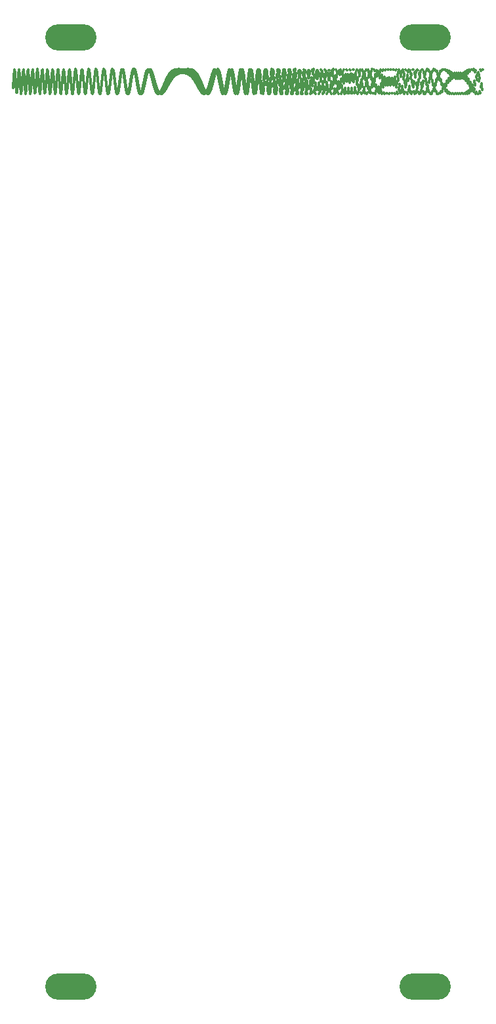
<source format=gts>
G04 Layer: TopSolderMaskLayer*
G04 EasyEDA v6.5.29, 2023-07-16 15:11:24*
G04 b1c9531ddfa049bd996740377cd84ce5,5a6b42c53f6a479593ecc07194224c93,10*
G04 Gerber Generator version 0.2*
G04 Scale: 100 percent, Rotated: No, Reflected: No *
G04 Dimensions in millimeters *
G04 leading zeros omitted , absolute positions ,4 integer and 5 decimal *
%FSLAX45Y45*%
%MOMM*%

%ADD10C,0.3556*%
%ADD11O,6.6032126X3.4031936000000003*%

%LPD*%
D10*
X812800Y12084850D02*
G01*
X821270Y11935414D01*
X2006600Y11979666D02*
G01*
X2015070Y12112396D01*
X313270Y12121040D02*
G01*
X321729Y11978840D01*
X6045200Y12152584D02*
G01*
X6053670Y12160163D01*
X6036729Y11941403D02*
G01*
X6045200Y11895137D01*
X6028270Y11927197D02*
G01*
X6036729Y11979412D01*
X6019800Y12156968D02*
G01*
X6028270Y12136610D01*
X6002870Y12001505D02*
G01*
X6011329Y12056275D01*
X5994400Y12125281D02*
G01*
X6002870Y12083188D01*
X5985929Y11846664D02*
G01*
X5994400Y11844144D01*
X5977470Y12069757D02*
G01*
X5985929Y12115528D01*
X5969000Y12072566D02*
G01*
X5977470Y12018248D01*
X5960529Y11845709D02*
G01*
X5969000Y11866438D01*
X5952070Y12120338D02*
G01*
X5960529Y12149886D01*
X5943600Y12013704D02*
G01*
X5952070Y11956689D01*
X5935129Y11867517D02*
G01*
X5943600Y11906697D01*
X5926670Y12149714D02*
G01*
X5935129Y12160250D01*
X5918200Y11959579D02*
G01*
X5926670Y11907334D01*
X5909729Y11902318D02*
G01*
X5918200Y11953750D01*
X5901270Y12160044D02*
G01*
X5909729Y12152195D01*
X5892800Y11916067D02*
G01*
X5901270Y11873240D01*
X5884329Y11941411D02*
G01*
X5892800Y11999236D01*
X5875870Y12156381D02*
G01*
X5884329Y12132810D01*
X5867400Y11884781D02*
G01*
X5875870Y11853367D01*
X5858929Y11978581D02*
G01*
X5867400Y12038266D01*
X5850470Y12144430D02*
G01*
X5858929Y12108601D01*
X5842000Y11864558D02*
G01*
X5850470Y11844505D01*
X5833529Y12010237D02*
G01*
X5842000Y12068868D01*
X5825070Y12129244D02*
G01*
X5833529Y12084527D01*
X5816600Y11852894D02*
G01*
X5825070Y11842805D01*
X5808129Y12034824D02*
G01*
X5816600Y12091045D01*
X5799670Y12114629D02*
G01*
X5808129Y12063884D01*
X5791200Y11847004D02*
G01*
X5799670Y11844746D01*
X5782729Y12052094D02*
G01*
X5791200Y12105792D01*
X5774270Y12103155D02*
G01*
X5782729Y12048561D01*
X5765800Y11844492D02*
G01*
X5774270Y11847573D01*
X5757329Y12062371D02*
G01*
X5765800Y12114324D01*
X5748870Y12096353D02*
G01*
X5757329Y12039518D01*
X5740400Y11843679D02*
G01*
X5748870Y11849460D01*
X5731929Y12066066D02*
G01*
X5740400Y12117616D01*
X5723470Y12094982D02*
G01*
X5731929Y12037156D01*
X5715000Y11843748D02*
G01*
X5723470Y11849491D01*
X5706529Y12063361D02*
G01*
X5715000Y12116092D01*
X5698070Y12099193D02*
G01*
X5706529Y12041571D01*
X5689600Y11844784D02*
G01*
X5698070Y11847649D01*
X5681129Y12054098D02*
G01*
X5689600Y12109531D01*
X5672670Y12108555D02*
G01*
X5681129Y12052622D01*
X5664200Y11847766D02*
G01*
X5672670Y11844820D01*
X5655729Y12037857D02*
G01*
X5664200Y12097115D01*
X5647270Y12121956D02*
G01*
X5655729Y12069787D01*
X5638800Y11854555D02*
G01*
X5647270Y11842818D01*
X5630329Y12014225D02*
G01*
X5638800Y12077618D01*
X5621870Y12137354D02*
G01*
X5630329Y12091880D01*
X5613400Y11867715D02*
G01*
X5621870Y11844431D01*
X5604929Y11983305D02*
G01*
X5613400Y12049856D01*
X5596470Y12151481D02*
G01*
X5604929Y12116600D01*
X5588000Y11890120D02*
G01*
X5596470Y11853255D01*
X5579529Y11946420D02*
G01*
X5588000Y12013331D01*
X5571070Y12159747D02*
G01*
X5579529Y12140046D01*
X5562600Y11924202D02*
G01*
X5571070Y11873260D01*
X5554129Y11906920D02*
G01*
X5562600Y11969211D01*
X5545670Y12156455D02*
G01*
X5554129Y12156567D01*
X5537200Y11970748D02*
G01*
X5545670Y11907799D01*
X5528729Y11870847D02*
G01*
X5537200Y11921418D01*
X5520270Y12135792D02*
G01*
X5528729Y12159046D01*
X5511800Y12027296D02*
G01*
X5520270Y11957979D01*
X5503329Y11846966D02*
G01*
X5511800Y11877408D01*
X5494870Y12093785D02*
G01*
X5503329Y12140313D01*
X5486400Y12086643D02*
G01*
X5494870Y12020610D01*
X5477929Y11845508D02*
G01*
X5486400Y11848089D01*
X5469470Y12031124D02*
G01*
X5477929Y12095800D01*
X5461000Y12136244D02*
G01*
X5469470Y12086338D01*
X5452529Y11875046D02*
G01*
X5461000Y11845851D01*
X5444070Y11956138D02*
G01*
X5452529Y12027265D01*
X5435600Y12159914D02*
G01*
X5444070Y12139345D01*
X5427129Y11937616D02*
G01*
X5435600Y11880166D01*
X5418670Y11886283D02*
G01*
X5427129Y11946333D01*
X5410200Y12142843D02*
G01*
X5418670Y12160237D01*
X5401729Y12023364D02*
G01*
X5410200Y11951251D01*
X5393270Y11845645D02*
G01*
X5401729Y11875411D01*
X5384800Y12079803D02*
G01*
X5393270Y12133249D01*
X5376329Y12108017D02*
G01*
X5384800Y12043971D01*
X5367870Y11856615D02*
G01*
X5376329Y11842910D01*
X5359400Y11983821D02*
G01*
X5367870Y12056833D01*
X5350929Y12157303D02*
G01*
X5359400Y12126719D01*
X5342470Y11926470D02*
G01*
X5350929Y11871195D01*
X5334000Y11889389D02*
G01*
X5342470Y11952759D01*
X5325529Y12141212D02*
G01*
X5334000Y12160211D01*
X5317070Y12034652D02*
G01*
X5325529Y11959983D01*
X5308600Y11843128D02*
G01*
X5317070Y11865780D01*
X5300129Y12054928D02*
G01*
X5308600Y12117697D01*
X5291670Y12131390D02*
G01*
X5300129Y12074649D01*
X5283200Y11879473D02*
G01*
X5291670Y11846346D01*
X5274729Y11934626D02*
G01*
X5283200Y12009028D01*
X5266270Y12157664D02*
G01*
X5274729Y12153013D01*
X5257800Y11990641D02*
G01*
X5266270Y11918025D01*
X5249329Y11850438D02*
G01*
X5257800Y11890809D01*
X5240870Y12084687D02*
G01*
X5249329Y12138378D01*
X5232400Y12113734D02*
G01*
X5240870Y12047761D01*
X5223929Y11866686D02*
G01*
X5232400Y11843085D01*
X5215470Y11949689D02*
G01*
X5223929Y12026793D01*
X5207000Y12159226D02*
G01*
X5215470Y12148908D01*
X5198529Y11985630D02*
G01*
X5207000Y11912450D01*
X5190070Y11850260D02*
G01*
X5198529Y11891540D01*
X5181600Y12079343D02*
G01*
X5190070Y12135998D01*
X5173129Y12121784D02*
G01*
X5181600Y12057428D01*
X5164670Y11876702D02*
G01*
X5173129Y11844909D01*
X5156200Y11928505D02*
G01*
X5164670Y12005431D01*
X5147729Y12153417D02*
G01*
X5156200Y12156777D01*
X5139270Y12019899D02*
G01*
X5147729Y11941243D01*
X5130800Y11843011D02*
G01*
X5139270Y11867337D01*
X5122329Y12036953D02*
G01*
X5130800Y12107788D01*
X5113870Y12148431D02*
G01*
X5122329Y12100420D01*
X5105400Y11919031D02*
G01*
X5113870Y11863207D01*
X5096929Y11879994D02*
G01*
X5105400Y11945726D01*
X5088470Y12120450D02*
G01*
X5096929Y12156770D01*
X5080000Y12088644D02*
G01*
X5088470Y12011906D01*
X5071529Y11858104D02*
G01*
X5080000Y11843176D01*
X5063070Y11952937D02*
G01*
X5071529Y12034199D01*
X5054600Y12157583D02*
G01*
X5063070Y12151357D01*
X5046129Y12011192D02*
G01*
X5054600Y11931004D01*
X5037670Y11843004D02*
G01*
X5046129Y11868609D01*
X5029200Y12028103D02*
G01*
X5037670Y12102845D01*
X5020729Y12154265D02*
G01*
X5029200Y12111997D01*
X5012270Y11942998D02*
G01*
X5020729Y11876725D01*
X5003800Y11860268D02*
G01*
X5012270Y11916072D01*
X4995329Y12086635D02*
G01*
X5003800Y12142670D01*
X4986870Y12127618D02*
G01*
X4995329Y12061416D01*
X4978400Y11895137D02*
G01*
X4986870Y11850029D01*
X4969929Y11892117D02*
G01*
X4978400Y11965899D01*
X4961470Y12124054D02*
G01*
X4969929Y12158383D01*
X4953000Y12094077D02*
G01*
X4961470Y12015111D01*
X4944529Y11867126D02*
G01*
X4953000Y11842793D01*
X4936070Y11924624D02*
G01*
X4944529Y12006907D01*
X4927600Y12144120D02*
G01*
X4936070Y12159660D01*
X4919129Y12064621D02*
G01*
X4927600Y11980379D01*
X4910670Y11853397D02*
G01*
X4919129Y11845185D01*
X4902200Y11949640D02*
G01*
X4910670Y12034961D01*
X4893729Y12153044D02*
G01*
X4902200Y12155543D01*
X4885270Y12044939D02*
G01*
X4893729Y11959033D01*
X4876800Y11847964D02*
G01*
X4885270Y11849483D01*
X4868329Y11963450D02*
G01*
X4876800Y12049732D01*
X4859870Y12155990D02*
G01*
X4868329Y12152195D01*
X4851400Y12037293D02*
G01*
X4859870Y11950644D01*
X4842929Y11846854D02*
G01*
X4851400Y11851165D01*
X4834470Y11964789D02*
G01*
X4842929Y12051883D01*
X4826000Y12155548D02*
G01*
X4834470Y12152505D01*
X4817529Y12042279D02*
G01*
X4826000Y11954700D01*
X4809070Y11848962D02*
G01*
X4817529Y11848919D01*
X4800600Y11953557D02*
G01*
X4809070Y12041548D01*
X4792129Y12151271D02*
G01*
X4800600Y12156244D01*
X4783670Y12059549D02*
G01*
X4792129Y11971479D01*
X4775200Y11856280D02*
G01*
X4783670Y11844535D01*
X4766729Y11930669D02*
G01*
X4775200Y12018114D01*
X4758270Y12139719D02*
G01*
X4766729Y12160013D01*
X4749800Y12087324D02*
G01*
X4758270Y12001672D01*
X4741329Y11873532D02*
G01*
X4749800Y11843054D01*
X4732870Y11899173D02*
G01*
X4741329Y11981289D01*
X4724400Y12115154D02*
G01*
X4732870Y12157130D01*
X4715929Y12120798D02*
G01*
X4724400Y12044573D01*
X4707470Y11906976D02*
G01*
X4715929Y11852709D01*
X4699000Y11866158D02*
G01*
X4707470Y11933516D01*
X4690529Y12071555D02*
G01*
X4699000Y12138136D01*
X4682070Y12150135D02*
G01*
X4690529Y12095137D01*
X4673600Y11961352D02*
G01*
X4682070Y11883496D01*
X4665129Y11844467D02*
G01*
X4673600Y11883306D01*
X4656670Y12006844D02*
G01*
X4665129Y12093575D01*
X4648200Y12159673D02*
G01*
X4656670Y12140717D01*
X4639729Y12034428D02*
G01*
X4648200Y11942792D01*
X4631270Y11851728D02*
G01*
X4639729Y11847728D01*
X4622800Y11929292D02*
G01*
X4631270Y12020227D01*
X4614329Y12131476D02*
G01*
X4622800Y12160219D01*
X4605870Y12110410D02*
G01*
X4614329Y12027253D01*
X4597400Y11903534D02*
G01*
X4605870Y11850377D01*
X4588929Y11862965D02*
G01*
X4597400Y11930341D01*
X4580470Y12055965D02*
G01*
X4588929Y12130384D01*
X4572000Y12157539D02*
G01*
X4580470Y12113963D01*
X4563529Y11999163D02*
G01*
X4572000Y11909971D01*
X4555070Y11844797D02*
G01*
X4563529Y11857893D01*
X4546600Y11948342D02*
G01*
X4555070Y12042470D01*
X4538129Y12138687D02*
G01*
X4546600Y12159785D01*
X4529670Y12105965D02*
G01*
X4538129Y12019414D01*
X4521200Y11904619D02*
G01*
X4529670Y11850215D01*
X4512729Y11858909D02*
G01*
X4521200Y11924289D01*
X4504270Y12040567D02*
G01*
X4512729Y12121573D01*
X4495800Y12160138D02*
G01*
X4504270Y12128129D01*
X4487329Y12029894D02*
G01*
X4495800Y11935040D01*
X4478870Y11855394D02*
G01*
X4487329Y11846278D01*
X4470400Y11908109D02*
G01*
X4478870Y11999186D01*
X4461929Y12104923D02*
G01*
X4470400Y12155487D01*
X4453470Y12142886D02*
G01*
X4461929Y12075053D01*
X4445000Y11965396D02*
G01*
X4453470Y11882475D01*
X4436529Y11842780D02*
G01*
X4445000Y11870585D01*
X4428070Y11958942D02*
G01*
X4436529Y12055866D01*
X4419600Y12138507D02*
G01*
X4428070Y12159566D01*
X4411129Y12114590D02*
G01*
X4419600Y12028251D01*
X4402670Y11924078D02*
G01*
X4411129Y11857639D01*
X4394200Y11847141D02*
G01*
X4402670Y11898157D01*
X4385729Y11994667D02*
G01*
X4394200Y12089079D01*
X4377270Y12151834D02*
G01*
X4385729Y12153082D01*
X4368800Y12093252D02*
G01*
X4377270Y11999310D01*
X4360329Y11904141D02*
G01*
X4368800Y11848901D01*
X4351870Y11852963D02*
G01*
X4360329Y11914832D01*
X4343400Y12010387D02*
G01*
X4351870Y12102541D01*
X4334929Y12155164D02*
G01*
X4343400Y12148845D01*
X4326470Y12087014D02*
G01*
X4334929Y11990771D01*
X4318000Y11901462D02*
G01*
X4326470Y11847736D01*
X4309529Y11852722D02*
G01*
X4318000Y11915117D01*
X4301070Y12005604D02*
G01*
X4309529Y12099602D01*
X4292600Y12152690D02*
G01*
X4301070Y12151593D01*
X4284129Y12097666D02*
G01*
X4292600Y12002747D01*
X4275670Y11915297D02*
G01*
X4284129Y11852516D01*
X4267200Y11846674D02*
G01*
X4275670Y11898919D01*
X4258729Y11980359D02*
G01*
X4267200Y12079429D01*
X4250270Y12141187D02*
G01*
X4258729Y12158395D01*
X4241800Y12121995D02*
G01*
X4250270Y12034992D01*
X4233329Y11948995D02*
G01*
X4241800Y11868993D01*
X4224870Y11842874D02*
G01*
X4233329Y11871548D01*
X4216400Y11936450D02*
G01*
X4224870Y12037819D01*
X4207929Y12111007D02*
G01*
X4216400Y12158339D01*
X4199470Y12149584D02*
G01*
X4207929Y12084011D01*
X4191000Y12006112D02*
G01*
X4199470Y11908259D01*
X4182529Y11857334D02*
G01*
X4191000Y11846793D01*
X4174070Y11883285D02*
G01*
X4182529Y11972975D01*
X4165600Y12051073D02*
G01*
X4174070Y12133176D01*
X4157129Y12159444D02*
G01*
X4165600Y12135916D01*
X4148670Y12080981D02*
G01*
X4157129Y11979546D01*
X4140200Y11909554D02*
G01*
X4148670Y11849323D01*
X4131729Y11845422D02*
G01*
X4140200Y11896656D01*
X4123270Y11961421D02*
G01*
X4131729Y12065012D01*
X4114800Y12122980D02*
G01*
X4123270Y12160168D01*
X4106329Y12146323D02*
G01*
X4114800Y12074735D01*
X4097870Y12006658D02*
G01*
X4106329Y11906943D01*
X4089400Y11861594D02*
G01*
X4097870Y11845305D01*
X4080929Y11871721D02*
G01*
X4089400Y11957011D01*
X4072470Y12024245D02*
G01*
X4080929Y12117349D01*
X4064000Y12151611D02*
G01*
X4072470Y12150948D01*
X4055529Y12116668D02*
G01*
X4064000Y12022869D01*
X4047070Y11958607D02*
G01*
X4055529Y11872229D01*
X4038600Y11846471D02*
G01*
X4047070Y11859399D01*
X4030129Y11897680D02*
G01*
X4038600Y11996346D01*
X4021670Y12056976D02*
G01*
X4030129Y12138291D01*
X4013200Y12158489D02*
G01*
X4021670Y12138174D01*
X4004729Y12098875D02*
G01*
X4013200Y11997743D01*
X3996270Y11940555D02*
G01*
X4004729Y11861545D01*
X3987800Y11844040D02*
G01*
X3996270Y11866910D01*
X3979329Y11904891D02*
G01*
X3987800Y12006808D01*
X3970870Y12061080D02*
G01*
X3979329Y12141027D01*
X3962400Y12158413D02*
G01*
X3970870Y12137844D01*
X3953929Y12103094D02*
G01*
X3962400Y12002002D01*
X3945470Y11950204D02*
G01*
X3953929Y11866097D01*
X3937000Y11846694D02*
G01*
X3945470Y11859983D01*
X3928529Y11889742D02*
G01*
X3937000Y11987844D01*
X3920070Y12037237D02*
G01*
X3928529Y12128103D01*
X3911600Y12151116D02*
G01*
X3920070Y12150272D01*
X3903129Y12127209D02*
G01*
X3911600Y12035426D01*
X3894670Y11989005D02*
G01*
X3903129Y11890027D01*
X3886200Y11862531D02*
G01*
X3894670Y11845800D01*
X3877729Y11860535D02*
G01*
X3886200Y11941014D01*
X3869270Y11983168D02*
G01*
X3877729Y12089495D01*
X3860800Y12121431D02*
G01*
X3869270Y12160244D01*
X3852329Y12155215D02*
G01*
X3860800Y12092792D01*
X3843870Y12056894D02*
G01*
X3852329Y11947017D01*
X3835400Y11911837D02*
G01*
X3843870Y11848195D01*
X3826929Y11842780D02*
G01*
X3835400Y11879077D01*
X3818470Y11906262D02*
G01*
X3826929Y12012109D01*
X3810000Y12048096D02*
G01*
X3818470Y12135878D01*
X3801529Y12151332D02*
G01*
X3810000Y12149167D01*
X3793070Y12133026D02*
G01*
X3801529Y12042719D01*
X3784600Y12009523D02*
G01*
X3793070Y11903613D01*
X3776129Y11880136D02*
G01*
X3784600Y11842767D01*
X3767670Y11846407D02*
G01*
X3776129Y11906900D01*
X3759200Y11933143D02*
G01*
X3767670Y12044349D01*
X3750729Y12072020D02*
G01*
X3759200Y12148276D01*
X3742270Y12156757D02*
G01*
X3750729Y12140003D01*
X3733800Y12124438D02*
G01*
X3742270Y12027390D01*
X3725329Y12000811D02*
G01*
X3733800Y11895942D01*
X3716870Y11878208D02*
G01*
X3725329Y11842892D01*
X3708400Y11845864D02*
G01*
X3716870Y11905802D01*
X3699929Y11925716D02*
G01*
X3708400Y12037517D01*
X3691470Y12059196D02*
G01*
X3699929Y12142955D01*
X3683000Y12151464D02*
G01*
X3691470Y12148058D01*
X3674529Y12138855D02*
G01*
X3683000Y12050786D01*
X3666070Y12031687D02*
G01*
X3674529Y11919910D01*
X3657600Y11904426D02*
G01*
X3666070Y11845335D01*
X3649129Y11843128D02*
G01*
X3657600Y11876539D01*
X3640670Y11887565D02*
G01*
X3649129Y11991032D01*
X3632200Y12006808D02*
G01*
X3640670Y12111906D01*
X3623729Y12122043D02*
G01*
X3632200Y12160189D01*
X3615270Y12159195D02*
G01*
X3623729Y12105896D01*
X3606800Y12095906D02*
G01*
X3615270Y11985315D01*
X3598329Y11973600D02*
G01*
X3606800Y11875505D01*
X3589870Y11869204D02*
G01*
X3598329Y11844665D01*
X3581400Y11846501D02*
G01*
X3589870Y11910474D01*
X3572929Y11917890D02*
G01*
X3581400Y12031291D01*
X3564470Y12039010D02*
G01*
X3572929Y12133615D01*
X3556000Y12137323D02*
G01*
X3564470Y12157031D01*
X3547529Y12155741D02*
G01*
X3556000Y12089165D01*
X3539070Y12084992D02*
G01*
X3547529Y11970877D01*
X3530600Y11966996D02*
G01*
X3539070Y11870717D01*
X3522129Y11869044D02*
G01*
X3530600Y11844939D01*
X3513670Y11845287D02*
G01*
X3522129Y11906620D01*
X3505200Y11907446D02*
G01*
X3513670Y12020227D01*
X3496729Y12020278D02*
G01*
X3505200Y12123036D01*
X3488270Y12122442D02*
G01*
X3496729Y12160051D01*
X3479800Y12160138D02*
G01*
X3488270Y12112835D01*
X3471329Y12114870D02*
G01*
X3479800Y12007644D01*
X3462870Y12011497D02*
G01*
X3471329Y11899861D01*
X3454400Y11903621D02*
G01*
X3462870Y11844474D01*
X3445929Y11845434D02*
G01*
X3454400Y11868348D01*
X3437470Y11864781D02*
G01*
X3445929Y11958147D01*
X3429000Y11950743D02*
G01*
X3437470Y12068639D01*
X3420529Y12060633D02*
G01*
X3429000Y12146069D01*
X3412070Y12141794D02*
G01*
X3420529Y12154184D01*
X3403600Y12156757D02*
G01*
X3412070Y12090524D01*
X3395129Y12099912D02*
G01*
X3403600Y11985995D01*
X3386670Y11998579D02*
G01*
X3395129Y11889196D01*
X3378200Y11899186D02*
G01*
X3386670Y11843575D01*
X3369729Y11845714D02*
G01*
X3378200Y11868373D01*
X3361270Y11860573D02*
G01*
X3369729Y11951307D01*
X3352800Y11935973D02*
G01*
X3361270Y12055375D01*
X3344329Y12038675D02*
G01*
X3352800Y12135865D01*
X3335870Y12125182D02*
G01*
X3344329Y12159518D01*
X3327400Y12160194D02*
G01*
X3335870Y12117748D01*
X3318929Y12130608D02*
G01*
X3327400Y12028952D01*
X3310470Y12049620D02*
G01*
X3318929Y11929739D01*
X3302000Y11950235D02*
G01*
X3310470Y11859529D01*
X3293529Y11871398D02*
G01*
X3302000Y11845008D01*
X3285070Y11842775D02*
G01*
X3293529Y11890524D01*
X3276600Y11874004D02*
G01*
X3285070Y11977570D01*
X3268129Y11952201D02*
G01*
X3276600Y12072894D01*
X3259670Y12047804D02*
G01*
X3268129Y12141454D01*
X3251200Y12126125D02*
G01*
X3259670Y12159178D01*
X3242729Y12159902D02*
G01*
X3251200Y12120946D01*
X3234270Y12138433D02*
G01*
X3242729Y12041380D01*
X3225800Y12070339D02*
G01*
X3234270Y11948728D01*
X3217329Y11979615D02*
G01*
X3225800Y11874555D01*
X3208870Y11896811D02*
G01*
X3217329Y11843047D01*
X3200400Y11848665D02*
G01*
X3208870Y11863468D01*
X3191929Y11849745D02*
G01*
X3200400Y11928010D01*
X3183470Y11898510D02*
G01*
X3191929Y12015228D01*
X3175000Y11978716D02*
G01*
X3183470Y12097512D01*
X3166529Y12065205D02*
G01*
X3175000Y12149886D01*
X3158070Y12131992D02*
G01*
X3166529Y12157402D01*
X3149600Y12159978D02*
G01*
X3158070Y12118980D01*
X3141129Y12142073D02*
G01*
X3149600Y12046905D01*
X3132670Y12084545D02*
G01*
X3141129Y11962526D01*
X3124200Y12004420D02*
G01*
X3132670Y11889717D01*
X3115729Y11924164D02*
G01*
X3124200Y11848144D01*
X3107270Y11865315D02*
G01*
X3115729Y11848157D01*
X3098800Y11842793D02*
G01*
X3107270Y11888657D01*
X3090329Y11861421D02*
G01*
X3098800Y11958035D01*
X3081870Y11915366D02*
G01*
X3090329Y12037857D01*
X3073400Y11990237D02*
G01*
X3081870Y12107905D01*
X3064929Y12067176D02*
G01*
X3073400Y12151283D01*
X3056470Y12127717D02*
G01*
X3064929Y12158327D01*
X3048000Y12158124D02*
G01*
X3056470Y12128400D01*
X3039529Y12152251D02*
G01*
X3048000Y12069478D01*
X3031070Y12112482D02*
G01*
X3039529Y11995739D01*
X3022600Y12048596D02*
G01*
X3031070Y11923974D01*
X3014129Y11975144D02*
G01*
X3022600Y11869732D01*
X3005670Y11907987D02*
G01*
X3014129Y11844040D01*
X2997200Y11860888D02*
G01*
X3005670Y11851401D01*
X2988729Y11842818D02*
G01*
X2997200Y11889303D01*
X2980270Y11856478D02*
G01*
X2988729Y11949224D01*
X2971800Y11898218D02*
G01*
X2980270Y12018751D01*
X2963329Y11959196D02*
G01*
X2971800Y12084265D01*
X2954870Y12027408D02*
G01*
X2963329Y12133615D01*
X2946400Y12090189D02*
G01*
X2954870Y12158271D01*
X2937929Y12136493D02*
G01*
X2946400Y12154626D01*
X2929470Y12158804D02*
G01*
X2937929Y12124245D01*
X2921000Y12154105D02*
G01*
X2929470Y12073216D01*
X2912529Y12124098D02*
G01*
X2921000Y12010783D01*
X2904070Y12074519D02*
G01*
X2912529Y11947530D01*
X2895600Y12013933D02*
G01*
X2904070Y11893593D01*
X2887129Y11952119D02*
G01*
X2895600Y11857055D01*
X2878670Y11898492D02*
G01*
X2887129Y11842861D01*
X2870200Y11860672D02*
G01*
X2878670Y11852313D01*
X2861729Y11843537D02*
G01*
X2870200Y11883194D01*
X2853270Y11848746D02*
G01*
X2861729Y11930359D01*
X2844800Y11874748D02*
G01*
X2853270Y11986704D01*
X2836329Y11917293D02*
G01*
X2844800Y12044332D01*
X2827870Y11970214D02*
G01*
X2836329Y12095645D01*
X2819400Y12026404D02*
G01*
X2827870Y12134367D01*
X2810929Y12078804D02*
G01*
X2819400Y12156175D01*
X2802470Y12121268D02*
G01*
X2810929Y12159109D01*
X2794000Y12149244D02*
G01*
X2802470Y12143579D01*
X2785529Y12160138D02*
G01*
X2794000Y12112117D01*
X2777070Y12153447D02*
G01*
X2785529Y12068863D01*
X2768600Y12130625D02*
G01*
X2777070Y12018987D01*
X2760129Y12094745D02*
G01*
X2768600Y11967989D01*
X2751670Y12049998D02*
G01*
X2760129Y11921114D01*
X2743200Y12001172D02*
G01*
X2751670Y11882821D01*
X2734729Y11953100D02*
G01*
X2743200Y11856405D01*
X2726270Y11910199D02*
G01*
X2734729Y11843778D01*
X2717800Y11876074D02*
G01*
X2726270Y11845460D01*
X2709329Y11853290D02*
G01*
X2717800Y11860646D01*
X2700870Y11843227D02*
G01*
X2709329Y11887410D01*
X2692400Y11846105D02*
G01*
X2700870Y11923011D01*
X2683929Y11861055D02*
G01*
X2692400Y11964187D01*
X2675470Y11886351D02*
G01*
X2683929Y12007514D01*
X2667000Y11919600D02*
G01*
X2675470Y12049663D01*
X2658529Y11958035D02*
G01*
X2667000Y12087684D01*
X2650070Y11998746D02*
G01*
X2658529Y12119155D01*
X2641600Y12038911D02*
G01*
X2650070Y12142309D01*
X2633129Y12075982D02*
G01*
X2641600Y12156119D01*
X2624670Y12107849D02*
G01*
X2633129Y12160224D01*
X2616200Y12132901D02*
G01*
X2624670Y12154923D01*
X2607729Y12150105D02*
G01*
X2616200Y12141050D01*
X2599270Y12158954D02*
G01*
X2607729Y12119874D01*
X2590800Y12159475D02*
G01*
X2599270Y12092947D01*
X2582329Y12152152D02*
G01*
X2590800Y12061997D01*
X2573870Y12137814D02*
G01*
X2582329Y12028797D01*
X2565400Y12117567D02*
G01*
X2573870Y11995050D01*
X2556929Y12092719D02*
G01*
X2565400Y11962320D01*
X2548470Y12064621D02*
G01*
X2556929Y11931959D01*
X2540000Y12034664D02*
G01*
X2548470Y11905079D01*
X2531529Y12004146D02*
G01*
X2540000Y11882511D01*
X2523070Y11974271D02*
G01*
X2531529Y11864814D01*
X2514600Y11946054D02*
G01*
X2523070Y11852280D01*
X2506129Y11920364D02*
G01*
X2514600Y11844982D01*
X2497670Y11897840D02*
G01*
X2506129Y11842755D01*
X2489200Y11878965D02*
G01*
X2497670Y11845292D01*
X2480729Y11863994D02*
G01*
X2489200Y11852145D01*
X2472270Y11853057D02*
G01*
X2480729Y11862760D01*
X2463800Y11846105D02*
G01*
X2472270Y11876547D01*
X2455329Y11842986D02*
G01*
X2463800Y11892861D01*
X2446870Y11843433D02*
G01*
X2455329Y11911098D01*
X2438400Y11847108D02*
G01*
X2446870Y11930639D01*
X2429929Y11853646D02*
G01*
X2438400Y11950928D01*
X2421470Y11862617D02*
G01*
X2429929Y11971467D01*
X2413000Y11873613D02*
G01*
X2421470Y11991807D01*
X2404529Y11886201D02*
G01*
X2413000Y12011571D01*
X2396070Y11899986D02*
G01*
X2404529Y12030453D01*
X2387600Y11914604D02*
G01*
X2396070Y12048220D01*
X2379129Y11929696D02*
G01*
X2387600Y12064690D01*
X2370670Y11944969D02*
G01*
X2379129Y12079752D01*
X2362200Y11960164D02*
G01*
X2370670Y12093338D01*
X2353729Y11975050D02*
G01*
X2362200Y12105431D01*
X2345270Y11989457D02*
G01*
X2353729Y12116041D01*
X2336800Y12003237D02*
G01*
X2345270Y12125225D01*
X2328329Y12016270D02*
G01*
X2336800Y12133046D01*
X2319870Y12028487D02*
G01*
X2328329Y12139607D01*
X2311400Y12039841D02*
G01*
X2319870Y12145007D01*
X2302929Y12050290D02*
G01*
X2311400Y12149361D01*
X2294470Y12059846D02*
G01*
X2302929Y12152790D01*
X2286000Y12068497D02*
G01*
X2294470Y12155401D01*
X2277529Y12076280D02*
G01*
X2286000Y12157329D01*
X2269070Y12083219D02*
G01*
X2277529Y12158667D01*
X2260600Y12089345D02*
G01*
X2269070Y12159536D01*
X2252129Y12094702D02*
G01*
X2260600Y12160026D01*
X2243670Y12099343D02*
G01*
X2252129Y12160232D01*
X2235200Y12103293D02*
G01*
X2243670Y12160224D01*
X2226729Y12106602D02*
G01*
X2235200Y12160082D01*
X2218270Y12109307D02*
G01*
X2226729Y12159871D01*
X2209800Y12111433D02*
G01*
X2218270Y12159630D01*
X2201329Y12113016D02*
G01*
X2209800Y12159406D01*
X2192870Y12114070D02*
G01*
X2201329Y12159234D01*
X2184400Y12114621D02*
G01*
X2192870Y12159134D01*
X2175929Y12114659D02*
G01*
X2184400Y12159109D01*
X2167470Y12114199D02*
G01*
X2175929Y12159178D01*
X2159000Y12113226D02*
G01*
X2167470Y12159312D01*
X2150529Y12111738D02*
G01*
X2159000Y12159518D01*
X2142070Y12109711D02*
G01*
X2150529Y12159754D01*
X2133600Y12107118D02*
G01*
X2142070Y12159983D01*
X2125129Y12103930D02*
G01*
X2133600Y12160168D01*
X2116670Y12100118D02*
G01*
X2125129Y12160250D01*
X2108200Y12095640D02*
G01*
X2116670Y12160163D01*
X2099729Y12090455D02*
G01*
X2108200Y12159833D01*
X2091270Y12084527D02*
G01*
X2099729Y12159183D01*
X2082800Y12077811D02*
G01*
X2091270Y12158116D01*
X2074329Y12070283D02*
G01*
X2082800Y12156528D01*
X2065870Y12061911D02*
G01*
X2074329Y12154334D01*
X2057400Y12052665D02*
G01*
X2065870Y12151400D01*
X2048929Y12042546D02*
G01*
X2057400Y12147636D01*
X2040470Y12031550D02*
G01*
X2048929Y12142911D01*
X2032000Y12019706D02*
G01*
X2040470Y12137125D01*
X2023529Y12007062D02*
G01*
X2032000Y12130173D01*
X2015070Y11993686D02*
G01*
X2023529Y12121951D01*
X1998129Y11965142D02*
G01*
X2006600Y12101438D01*
X1989670Y11950265D02*
G01*
X1998129Y12089048D01*
X1981200Y11935246D02*
G01*
X1989670Y12075213D01*
X1972729Y11920313D02*
G01*
X1981200Y12059983D01*
X1964270Y11905747D02*
G01*
X1972729Y12043432D01*
X1955800Y11891845D02*
G01*
X1964270Y12025683D01*
X1947329Y11878952D02*
G01*
X1955800Y12006925D01*
X1938870Y11867431D02*
G01*
X1947329Y11987405D01*
X1930400Y11857669D02*
G01*
X1938870Y11967418D01*
X1921929Y11850055D02*
G01*
X1930400Y11947339D01*
X1913470Y11844975D02*
G01*
X1921929Y11927580D01*
X1905000Y11842805D02*
G01*
X1913470Y11908637D01*
X1896529Y11843872D02*
G01*
X1905000Y11891025D01*
X1888070Y11848449D02*
G01*
X1896529Y11875305D01*
X1879600Y11856740D02*
G01*
X1888070Y11862066D01*
X1871129Y11868833D02*
G01*
X1879600Y11851871D01*
X1862670Y11884713D02*
G01*
X1871129Y11845274D01*
X1854200Y11904228D02*
G01*
X1862670Y11842762D01*
X1845729Y11927047D02*
G01*
X1854200Y11844746D01*
X1837270Y11952704D02*
G01*
X1845729Y11851512D01*
X1828800Y11980527D02*
G01*
X1837270Y11863189D01*
X1820329Y12009716D02*
G01*
X1828800Y11879745D01*
X1811870Y12039282D02*
G01*
X1820329Y11900923D01*
X1803400Y12068131D02*
G01*
X1811870Y11926229D01*
X1794929Y12095050D02*
G01*
X1803400Y11954967D01*
X1786470Y12118814D02*
G01*
X1794929Y11986158D01*
X1778000Y12138179D02*
G01*
X1786470Y12018639D01*
X1769529Y12152002D02*
G01*
X1778000Y12051047D01*
X1761070Y12159294D02*
G01*
X1769529Y12081880D01*
X1752600Y12159312D02*
G01*
X1761070Y12109549D01*
X1744129Y12151624D02*
G01*
X1752600Y12132505D01*
X1735670Y12136170D02*
G01*
X1744129Y12149274D01*
X1727200Y12113351D02*
G01*
X1735670Y12158619D01*
X1718729Y12084011D02*
G01*
X1727200Y12159592D01*
X1710270Y12049490D02*
G01*
X1718729Y12151692D01*
X1701800Y12011571D02*
G01*
X1710270Y12134905D01*
X1693329Y11972396D02*
G01*
X1701800Y12109785D01*
X1684870Y11934403D02*
G01*
X1693329Y12077494D01*
X1676400Y11900128D02*
G01*
X1684870Y12039785D01*
X1667929Y11872094D02*
G01*
X1676400Y11998919D01*
X1659470Y11852546D02*
G01*
X1667929Y11957588D01*
X1651000Y11843313D02*
G01*
X1659470Y11918739D01*
X1642529Y11845559D02*
G01*
X1651000Y11885350D01*
X1634070Y11859640D02*
G01*
X1642529Y11860217D01*
X1625600Y11884992D02*
G01*
X1634070Y11845696D01*
X1617129Y11920059D02*
G01*
X1625600Y11843420D01*
X1608670Y11962345D02*
G01*
X1617129Y11854124D01*
X1600200Y12008551D02*
G01*
X1608670Y11877451D01*
X1591729Y12054768D02*
G01*
X1600200Y11911898D01*
X1583270Y12096818D02*
G01*
X1591729Y11954830D01*
X1574800Y12130633D02*
G01*
X1583270Y12002615D01*
X1566329Y12152652D02*
G01*
X1574800Y12050923D01*
X1557870Y12160250D02*
G01*
X1566329Y12095055D01*
X1549400Y12152101D02*
G01*
X1557870Y12130440D01*
X1540929Y12128431D02*
G01*
X1549400Y12153112D01*
X1532470Y12091144D02*
G01*
X1540929Y12160199D01*
X1524000Y12043773D02*
G01*
X1532470Y12150354D01*
X1515529Y11991174D02*
G01*
X1524000Y12124029D01*
X1507070Y11939122D02*
G01*
X1515529Y12083602D01*
X1498600Y11893692D02*
G01*
X1507070Y12033250D01*
X1490129Y11860504D02*
G01*
X1498600Y11978573D01*
X1481670Y11844020D02*
G01*
X1490129Y11926056D01*
X1473200Y11846867D02*
G01*
X1481670Y11882277D01*
X1464729Y11869341D02*
G01*
X1473200Y11853080D01*
X1456270Y11909176D02*
G01*
X1464729Y11842750D01*
X1447800Y11961657D02*
G01*
X1456270Y11853273D01*
X1439329Y12020085D02*
G01*
X1447800Y11883900D01*
X1430870Y12076534D02*
G01*
X1439329Y11931060D01*
X1422400Y12122975D02*
G01*
X1430870Y11988614D01*
X1413929Y12152368D02*
G01*
X1422400Y12048596D01*
X1405470Y12159858D02*
G01*
X1413929Y12102269D01*
X1397000Y12143643D02*
G01*
X1405470Y12141372D01*
X1388529Y12105505D02*
G01*
X1397000Y12159487D01*
X1380070Y12050755D02*
G01*
X1388529Y12153150D01*
X1371600Y11987639D02*
G01*
X1380070Y12122645D01*
X1363129Y11926194D02*
G01*
X1371600Y12072231D01*
X1354670Y11876651D02*
G01*
X1363129Y12009673D01*
X1346200Y11847723D02*
G01*
X1354670Y11945162D01*
X1337729Y11844975D02*
G01*
X1346200Y11889747D01*
X1329270Y11869613D02*
G01*
X1337729Y11853359D01*
X1320800Y11917982D02*
G01*
X1329270Y11843016D01*
X1312329Y11981942D02*
G01*
X1320800Y11861304D01*
X1303870Y12050054D02*
G01*
X1312329Y11905604D01*
X1295400Y12109604D02*
G01*
X1303870Y11968286D01*
X1286929Y12148957D02*
G01*
X1295400Y12037832D01*
X1278470Y12159896D02*
G01*
X1286929Y12100892D01*
X1270000Y12139543D02*
G01*
X1278470Y12144801D01*
X1261529Y12091200D02*
G01*
X1270000Y12160244D01*
X1253070Y12024085D02*
G01*
X1261529Y12143333D01*
X1244600Y11951741D02*
G01*
X1253070Y12096793D01*
X1236129Y11889376D02*
G01*
X1244600Y12029739D01*
X1227670Y11850674D02*
G01*
X1236129Y11956107D01*
X1219200Y11844672D02*
G01*
X1227670Y11891825D01*
X1210729Y11873489D02*
G01*
X1219200Y11851401D01*
X1202270Y11931426D02*
G01*
X1210729Y11844505D01*
X1193800Y12005858D02*
G01*
X1202270Y11873501D01*
X1185329Y12079820D02*
G01*
X1193800Y11932480D01*
X1176870Y12135779D02*
G01*
X1185329Y12008172D01*
X1168400Y12159896D02*
G01*
X1176870Y12082802D01*
X1159929Y12145578D02*
G01*
X1168400Y12138174D01*
X1151470Y12095515D02*
G01*
X1159929Y12160176D01*
X1143000Y12021505D02*
G01*
X1151470Y12142558D01*
X1134529Y11941893D02*
G01*
X1143000Y12088949D01*
X1126070Y11877154D02*
G01*
X1134529Y12012414D01*
X1117600Y11844586D02*
G01*
X1126070Y11932511D01*
X1109129Y11853514D02*
G01*
X1117600Y11870400D01*
X1100670Y11902404D02*
G01*
X1109129Y11843176D01*
X1092200Y11978703D02*
G01*
X1100670Y11858995D01*
X1083729Y12061807D02*
G01*
X1092200Y11914360D01*
X1075270Y12128487D02*
G01*
X1083729Y11994522D01*
X1066800Y12159419D02*
G01*
X1075270Y12077171D01*
X1058329Y12144956D02*
G01*
X1066800Y12138520D01*
X1049870Y12088446D02*
G01*
X1058329Y12160219D01*
X1041400Y12005828D02*
G01*
X1049870Y12135078D01*
X1032929Y11921411D02*
G01*
X1041400Y12069732D01*
X1024470Y11860857D02*
G01*
X1032929Y11983275D01*
X1016000Y11843270D02*
G01*
X1024470Y11901914D01*
X1007529Y11874952D02*
G01*
X1016000Y11851109D01*
X999070Y11946798D02*
G01*
X1007529Y11847469D01*
X990600Y12036554D02*
G01*
X999070Y11893021D01*
X982129Y12115464D02*
G01*
X990600Y11973923D01*
X973670Y12157440D02*
G01*
X982129Y12064306D01*
X965200Y12147903D02*
G01*
X973670Y12134372D01*
X956729Y12089129D02*
G01*
X965200Y12160244D01*
X948270Y12000247D02*
G01*
X956729Y12132350D01*
X939800Y11911322D02*
G01*
X948270Y12059351D01*
X931329Y11853311D02*
G01*
X939800Y11965843D01*
X922870Y11847177D02*
G01*
X931329Y11884390D01*
X914400Y11895985D02*
G01*
X922870Y11844182D01*
X905929Y11983069D02*
G01*
X914400Y11860392D01*
X897470Y12077316D02*
G01*
X905929Y11928053D01*
X889000Y12144095D02*
G01*
X897470Y12023105D01*
X880529Y12158060D02*
G01*
X889000Y12110585D01*
X872070Y12113089D02*
G01*
X880529Y12157435D01*
X863600Y12025381D02*
G01*
X872070Y12145157D01*
X855129Y11928040D02*
G01*
X863600Y12077539D01*
X846670Y11858840D02*
G01*
X855129Y11980006D01*
X838200Y11845460D02*
G01*
X846670Y11890461D01*
X829729Y11894088D02*
G01*
X838200Y11844621D01*
X821270Y11986140D02*
G01*
X829729Y11861584D01*
X804329Y12149800D02*
G01*
X812800Y12036686D01*
X795870Y12153534D02*
G01*
X804329Y12123844D01*
X787400Y12093575D02*
G01*
X795870Y12160176D01*
X778929Y11994362D02*
G01*
X787400Y12129554D01*
X770470Y11897766D02*
G01*
X778929Y12044083D01*
X762000Y11845546D02*
G01*
X770470Y11939866D01*
X753529Y11861129D02*
G01*
X762000Y11862054D01*
X745070Y11938619D02*
G01*
X753529Y11845287D01*
X736600Y12044413D02*
G01*
X745070Y11897885D01*
X728129Y12131377D02*
G01*
X736600Y11997215D01*
X719670Y12159802D02*
G01*
X728129Y12098901D01*
X711200Y12115855D02*
G01*
X719670Y12156447D01*
X702729Y12018863D02*
G01*
X711200Y12142663D01*
X694270Y11913374D02*
G01*
X702729Y12062995D01*
X685800Y11848970D02*
G01*
X694270Y11954060D01*
X677329Y11856813D02*
G01*
X685800Y11867225D01*
X668870Y11934111D02*
G01*
X677329Y11844423D01*
X660400Y12044344D02*
G01*
X668870Y11897530D01*
X651929Y12134075D02*
G01*
X660400Y12001611D01*
X643470Y12158786D02*
G01*
X651929Y12106038D01*
X635000Y12105350D02*
G01*
X643470Y12158903D01*
X626529Y11999589D02*
G01*
X635000Y12133021D01*
X618070Y11894398D02*
G01*
X626529Y12040494D01*
X609600Y11843519D02*
G01*
X618070Y11927718D01*
X601129Y11873842D02*
G01*
X609600Y11852516D01*
X592670Y11970618D02*
G01*
X601129Y11854408D01*
X584200Y12083933D02*
G01*
X592670Y11933361D01*
X575729Y12154080D02*
G01*
X584200Y12048591D01*
X567270Y12143135D02*
G01*
X575729Y12139147D01*
X558800Y12056013D02*
G01*
X567270Y12156069D01*
X550329Y11939041D02*
G01*
X558800Y12089320D01*
X541870Y11855797D02*
G01*
X550329Y11974357D01*
X533400Y11852554D02*
G01*
X541870Y11873953D01*
X524929Y11932046D02*
G01*
X533400Y11844020D01*
X516470Y12050712D02*
G01*
X524929Y11902137D01*
X508000Y12141987D02*
G01*
X516470Y12016519D01*
X499529Y12153620D02*
G01*
X508000Y12122731D01*
X491070Y12078035D02*
G01*
X499529Y12159797D01*
X482600Y11957954D02*
G01*
X491070Y12105512D01*
X474129Y11862859D02*
G01*
X482600Y11990481D01*
X465670Y11848871D02*
G01*
X474129Y11881543D01*
X457200Y11925145D02*
G01*
X465670Y11843209D01*
X448729Y12047197D02*
G01*
X457200Y11899094D01*
X440270Y12142167D02*
G01*
X448729Y12016648D01*
X431800Y12152282D02*
G01*
X440270Y12125406D01*
X423329Y12070463D02*
G01*
X431800Y12158959D01*
X414870Y11946023D02*
G01*
X423329Y12095906D01*
X406400Y11855549D02*
G01*
X414870Y11974250D01*
X397929Y11855810D02*
G01*
X406400Y11869216D01*
X389470Y11947585D02*
G01*
X397929Y11846923D01*
X381000Y12073742D02*
G01*
X389470Y11922330D01*
X372529Y12154227D02*
G01*
X381000Y12048380D01*
X364070Y12136927D02*
G01*
X372529Y12144722D01*
X355600Y12032033D02*
G01*
X364070Y12148802D01*
X347129Y11906968D02*
G01*
X355600Y12057037D01*
X338670Y11843519D02*
G01*
X347129Y11928629D01*
X330200Y11884167D02*
G01*
X338670Y11847939D01*
X321729Y12002919D02*
G01*
X330200Y11869061D01*
X304800Y12158941D02*
G01*
X313270Y12104179D01*
X296329Y12090133D02*
G01*
X304800Y12160224D01*
X287870Y11960616D02*
G01*
X296329Y12108055D01*
X279400Y11858861D02*
G01*
X287870Y11982505D01*
X270929Y11855561D02*
G01*
X279400Y11869775D01*
X262470Y11953925D02*
G01*
X270929Y11848485D01*
X254000Y12085904D02*
G01*
X262470Y11934416D01*
X245529Y12158649D02*
G01*
X254000Y12067895D01*
X237070Y12119935D02*
G01*
X245529Y12154562D01*
X228600Y11996453D02*
G01*
X237070Y12132040D01*
X220129Y11876293D02*
G01*
X228600Y12015558D01*
X211670Y11846501D02*
G01*
X220129Y11888607D01*
X203200Y11929579D02*
G01*
X211670Y11843593D01*
X194729Y12065594D02*
G01*
X203200Y11914225D01*
X186270Y12154649D02*
G01*
X194729Y12049404D01*
X177800Y12130217D02*
G01*
X186270Y12149353D01*
X169329Y12009579D02*
G01*
X177800Y12139122D01*
X160870Y11882592D02*
G01*
X169329Y12025467D01*
X152400Y11845206D02*
G01*
X160870Y11893433D01*
X143929Y11926620D02*
G01*
X152400Y11843270D01*
X135470Y12065515D02*
G01*
X143929Y11914050D01*
X127000Y12155444D02*
G01*
X135470Y12052287D01*
X118529Y12126379D02*
G01*
X127000Y12151517D01*
X110070Y11999986D02*
G01*
X118529Y12134148D01*
X101600Y11874500D02*
G01*
X110070Y12012841D01*
X93129Y11848802D02*
G01*
X101600Y11882338D01*
X84670Y11944065D02*
G01*
X93129Y11845968D01*
X76200Y12085302D02*
G01*
X84670Y11933461D01*
X67729Y12159668D02*
G01*
X76200Y12075673D01*
X59270Y12106696D02*
G01*
X67729Y12158400D01*
X50800Y11968342D02*
G01*
X59270Y12114138D01*
X42329Y11856727D02*
G01*
X50800Y11977979D01*
X33870Y11863547D02*
G01*
X42329Y11860814D01*
X25400Y11984075D02*
G01*
X33870Y11859351D01*
X16929Y12119284D02*
G01*
X25400Y11975665D01*
X8470Y12156627D02*
G01*
X16929Y12113734D01*
X0Y12064100D02*
G01*
X8470Y12158073D01*
X-8470Y11918665D02*
G01*
X0Y12070648D01*
X6011329Y11878177D02*
G01*
X6019800Y11851345D01*
D11*
G01*
X736600Y12573000D03*
G01*
X736600Y330200D03*
G01*
X5308600Y12573000D03*
G01*
X5308600Y330200D03*
M02*

</source>
